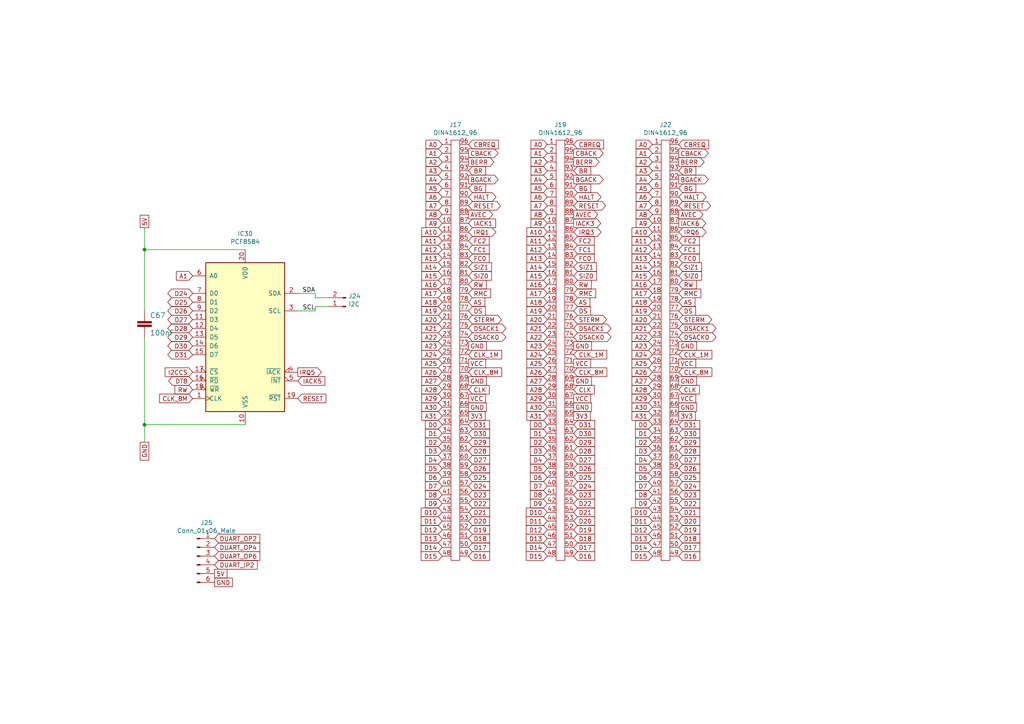
<source format=kicad_sch>
(kicad_sch (version 20211123) (generator eeschema)
  (paper "A4")
  (title_block (title "rosco_m68k Pro (030) Prototype") (date "2023-11-11") (rev "p5") (company "The Really Old-School Company Limited") (comment 1 "Copyright ©2021-2023 The Really Old-School Company Limited") (comment 2 "Open Source Hardware (CERN OHL)") (comment 3 "Prototype Hardware! Not suitable for general use!"))
  (lib_symbols
    (symbol "Connector:Conn_01x02_Male" (pin_names (offset 1.016) hide)
      (property "Reference" "J" (at 0 2.54 0))
      (property "Value" "Conn_01x02_Male" (at 0 -5.08 0))
      (symbol "Conn_01x02_Male_1_1"
        (polyline (pts (xy 1.27 -2.54) (xy 0.8636 -2.54)) (stroke (width 0.1524)))
        (polyline (pts (xy 1.27 0) (xy 0.8636 0)) (stroke (width 0.1524)))
        (rectangle (start 0.8636 -2.413) (end 0 -2.667) (stroke (width 0.1524)) (fill (type outline)))
        (rectangle (start 0.8636 0.127) (end 0 -0.127) (stroke (width 0.1524)) (fill (type outline)))
        (pin passive line (at 5.08 0 180) (length 3.81) (name "Pin_1") (number "1"))
        (pin passive line (at 5.08 -2.54 180) (length 3.81) (name "Pin_2") (number "2"))
      )
    )
    (symbol "Connector:Conn_01x06_Male" (pin_names (offset 1.016) hide)
      (property "Reference" "J" (at 0 7.62 0))
      (property "Value" "Conn_01x06_Male" (at 0 -10.16 0))
      (symbol "Conn_01x06_Male_1_1"
        (polyline (pts (xy 1.27 -7.62) (xy 0.8636 -7.62)) (stroke (width 0.1524)))
        (polyline (pts (xy 1.27 -5.08) (xy 0.8636 -5.08)) (stroke (width 0.1524)))
        (polyline (pts (xy 1.27 -2.54) (xy 0.8636 -2.54)) (stroke (width 0.1524)))
        (polyline (pts (xy 1.27 0) (xy 0.8636 0)) (stroke (width 0.1524)))
        (polyline (pts (xy 1.27 2.54) (xy 0.8636 2.54)) (stroke (width 0.1524)))
        (polyline (pts (xy 1.27 5.08) (xy 0.8636 5.08)) (stroke (width 0.1524)))
        (rectangle (start 0.8636 -7.493) (end 0 -7.747) (stroke (width 0.1524)) (fill (type outline)))
        (rectangle (start 0.8636 -4.953) (end 0 -5.207) (stroke (width 0.1524)) (fill (type outline)))
        (rectangle (start 0.8636 -2.413) (end 0 -2.667) (stroke (width 0.1524)) (fill (type outline)))
        (rectangle (start 0.8636 0.127) (end 0 -0.127) (stroke (width 0.1524)) (fill (type outline)))
        (rectangle (start 0.8636 2.667) (end 0 2.413) (stroke (width 0.1524)) (fill (type outline)))
        (rectangle (start 0.8636 5.207) (end 0 4.953) (stroke (width 0.1524)) (fill (type outline)))
        (pin passive line (at 5.08 5.08 180) (length 3.81) (name "Pin_1") (number "1"))
        (pin passive line (at 5.08 2.54 180) (length 3.81) (name "Pin_2") (number "2"))
        (pin passive line (at 5.08 0 180) (length 3.81) (name "Pin_3") (number "3"))
        (pin passive line (at 5.08 -2.54 180) (length 3.81) (name "Pin_4") (number "4"))
        (pin passive line (at 5.08 -5.08 180) (length 3.81) (name "Pin_5") (number "5"))
        (pin passive line (at 5.08 -7.62 180) (length 3.81) (name "Pin_6") (number "6"))
      )
    )
    (symbol "Interface_Expansion:PCF8584" (pin_names (offset 1.016))
      (property "Reference" "U" (at -11.43 22.86 0))
      (property "Value" "PCF8584" (at 3.81 22.86 0))
      (symbol "PCF8584_0_1"
        (rectangle (start -11.43 -21.59) (end 11.43 21.59) (stroke (width 0.254)) (fill (type background)))
      )
      (symbol "PCF8584_1_1"
        (pin input clock (at -15.24 -17.78 0) (length 3.81) (name "CLK") (number "1"))
        (pin power_in line (at 0 -25.4 90) (length 3.81) (name "VSS") (number "10"))
        (pin tri_state line (at -15.24 5.08 0) (length 3.81) (name "D3") (number "11"))
        (pin tri_state line (at -15.24 2.54 0) (length 3.81) (name "D4") (number "12"))
        (pin tri_state line (at -15.24 0 0) (length 3.81) (name "D5") (number "13"))
        (pin tri_state line (at -15.24 -2.54 0) (length 3.81) (name "D6") (number "14"))
        (pin tri_state line (at -15.24 -5.08 0) (length 3.81) (name "D7") (number "15"))
        (pin passive input_low (at -15.24 -12.7 0) (length 3.81) (name "~{RD}") (number "16"))
        (pin input input_low (at -15.24 -10.16 0) (length 3.81) (name "~{CS}") (number "17"))
        (pin input input_low (at -15.24 -15.24 0) (length 3.81) (name "~{WR}") (number "18"))
        (pin bidirectional line (at 15.24 -17.78 180) (length 3.81) (name "~{RST}") (number "19"))
        (pin bidirectional line (at 15.24 12.7 180) (length 3.81) (name "SDA") (number "2"))
        (pin power_in line (at 0 25.4 270) (length 3.81) (name "VDD") (number "20"))
        (pin bidirectional line (at 15.24 7.62 180) (length 3.81) (name "SCL") (number "3"))
        (pin input input_low (at 15.24 -10.16 180) (length 3.81) (name "~{IACK}") (number "4"))
        (pin output output_low (at 15.24 -12.7 180) (length 3.81) (name "~{INT}") (number "5"))
        (pin input line (at -15.24 17.78 0) (length 3.81) (name "A0") (number "6"))
        (pin tri_state line (at -15.24 12.7 0) (length 3.81) (name "D0") (number "7"))
        (pin tri_state line (at -15.24 10.16 0) (length 3.81) (name "D1") (number "8"))
        (pin tri_state line (at -15.24 7.62 0) (length 3.81) (name "D2") (number "9"))
      )
    )
    (symbol "rosco_m68k-eagle-import:C2,5-3" (pin_names (offset 1.016))
      (property "Reference" "C" (at 1.524 0.381 0))
      (property "Value" "C2,5-3" (at 1.524 -4.699 0))
      (symbol "C2,5-3_1_0"
        (rectangle (start -2.032 -2.032) (end 2.032 -1.524) (fill (type outline)))
        (rectangle (start -2.032 -1.016) (end 2.032 -0.508) (fill (type outline)))
        (polyline (pts (xy 0 -2.54) (xy 0 -2.032)))
        (polyline (pts (xy 0 0) (xy 0 -0.508)))
        (pin passive line (at 0 2.54 270) (length 2.54) (name "1") (number "1"))
        (pin passive line (at 0 -5.08 90) (length 2.54) (name "2") (number "2"))
      )
    )
    (symbol "rosco_m68k:DIN41612_96" (pin_names (offset 1.016))
      (property "Reference" "J" (at 0 62.23 0))
      (property "Value" "DIN41612_96" (at 0 -64.77 0))
      (symbol "DIN41612_96_0_1"
        (rectangle (start -1.27 59.69) (end 1.27 -62.23))
      )
      (symbol "DIN41612_96_1_1"
        (pin bidirectional line (at -3.81 58.42 0) (length 2.54) (name "~") (number "1"))
        (pin bidirectional line (at -3.81 35.56 0) (length 2.54) (name "~") (number "10"))
        (pin bidirectional line (at -3.81 33.02 0) (length 2.54) (name "~") (number "11"))
        (pin bidirectional line (at -3.81 30.48 0) (length 2.54) (name "~") (number "12"))
        (pin bidirectional line (at -3.81 27.94 0) (length 2.54) (name "~") (number "13"))
        (pin bidirectional line (at -3.81 25.4 0) (length 2.54) (name "~") (number "14"))
        (pin bidirectional line (at -3.81 22.86 0) (length 2.54) (name "~") (number "15"))
        (pin bidirectional line (at -3.81 20.32 0) (length 2.54) (name "~") (number "16"))
        (pin bidirectional line (at -3.81 17.78 0) (length 2.54) (name "~") (number "17"))
        (pin bidirectional line (at -3.81 15.24 0) (length 2.54) (name "~") (number "18"))
        (pin bidirectional line (at -3.81 12.7 0) (length 2.54) (name "~") (number "19"))
        (pin bidirectional line (at -3.81 55.88 0) (length 2.54) (name "~") (number "2"))
        (pin bidirectional line (at -3.81 10.16 0) (length 2.54) (name "~") (number "20"))
        (pin bidirectional line (at -3.81 7.62 0) (length 2.54) (name "~") (number "21"))
        (pin bidirectional line (at -3.81 5.08 0) (length 2.54) (name "~") (number "22"))
        (pin bidirectional line (at -3.81 2.54 0) (length 2.54) (name "~") (number "23"))
        (pin bidirectional line (at -3.81 0 0) (length 2.54) (name "~") (number "24"))
        (pin bidirectional line (at -3.81 -2.54 0) (length 2.54) (name "~") (number "25"))
        (pin bidirectional line (at -3.81 -5.08 0) (length 2.54) (name "~") (number "26"))
        (pin bidirectional line (at -3.81 -7.62 0) (length 2.54) (name "~") (number "27"))
        (pin bidirectional line (at -3.81 -10.16 0) (length 2.54) (name "~") (number "28"))
        (pin bidirectional line (at -3.81 -12.7 0) (length 2.54) (name "~") (number "29"))
        (pin bidirectional line (at -3.81 53.34 0) (length 2.54) (name "~") (number "3"))
        (pin bidirectional line (at -3.81 -15.24 0) (length 2.54) (name "~") (number "30"))
        (pin bidirectional line (at -3.81 -17.78 0) (length 2.54) (name "~") (number "31"))
        (pin bidirectional line (at -3.81 -20.32 0) (length 2.54) (name "~") (number "32"))
        (pin bidirectional line (at -3.81 -22.86 0) (length 2.54) (name "~") (number "33"))
        (pin bidirectional line (at -3.81 -25.4 0) (length 2.54) (name "~") (number "34"))
        (pin bidirectional line (at -3.81 -27.94 0) (length 2.54) (name "~") (number "35"))
        (pin bidirectional line (at -3.81 -30.48 0) (length 2.54) (name "~") (number "36"))
        (pin bidirectional line (at -3.81 -33.02 0) (length 2.54) (name "~") (number "37"))
        (pin bidirectional line (at -3.81 -35.56 0) (length 2.54) (name "~") (number "38"))
        (pin bidirectional line (at -3.81 -38.1 0) (length 2.54) (name "~") (number "39"))
        (pin bidirectional line (at -3.81 50.8 0) (length 2.54) (name "~") (number "4"))
        (pin bidirectional line (at -3.81 -40.64 0) (length 2.54) (name "~") (number "40"))
        (pin bidirectional line (at -3.81 -43.18 0) (length 2.54) (name "~") (number "41"))
        (pin bidirectional line (at -3.81 -45.72 0) (length 2.54) (name "~") (number "42"))
        (pin bidirectional line (at -3.81 -48.26 0) (length 2.54) (name "~") (number "43"))
        (pin bidirectional line (at -3.81 -50.8 0) (length 2.54) (name "~") (number "44"))
        (pin bidirectional line (at -3.81 -53.34 0) (length 2.54) (name "~") (number "45"))
        (pin bidirectional line (at -3.81 -55.88 0) (length 2.54) (name "~") (number "46"))
        (pin bidirectional line (at -3.81 -58.42 0) (length 2.54) (name "~") (number "47"))
        (pin bidirectional line (at -3.81 -60.96 0) (length 2.54) (name "~") (number "48"))
        (pin bidirectional line (at 3.81 -60.96 180) (length 2.54) (name "~") (number "49"))
        (pin bidirectional line (at -3.81 48.26 0) (length 2.54) (name "~") (number "5"))
        (pin bidirectional line (at 3.81 -58.42 180) (length 2.54) (name "~") (number "50"))
        (pin bidirectional line (at 3.81 -55.88 180) (length 2.54) (name "~") (number "51"))
        (pin bidirectional line (at 3.81 -53.34 180) (length 2.54) (name "~") (number "52"))
        (pin bidirectional line (at 3.81 -50.8 180) (length 2.54) (name "~") (number "53"))
        (pin bidirectional line (at 3.81 -48.26 180) (length 2.54) (name "~") (number "54"))
        (pin bidirectional line (at 3.81 -45.72 180) (length 2.54) (name "~") (number "55"))
        (pin bidirectional line (at 3.81 -43.18 180) (length 2.54) (name "~") (number "56"))
        (pin bidirectional line (at 3.81 -40.64 180) (length 2.54) (name "~") (number "57"))
        (pin bidirectional line (at 3.81 -38.1 180) (length 2.54) (name "~") (number "58"))
        (pin bidirectional line (at 3.81 -35.56 180) (length 2.54) (name "~") (number "59"))
        (pin bidirectional line (at -3.81 45.72 0) (length 2.54) (name "~") (number "6"))
        (pin bidirectional line (at 3.81 -33.02 180) (length 2.54) (name "~") (number "60"))
        (pin bidirectional line (at 3.81 -30.48 180) (length 2.54) (name "~") (number "61"))
        (pin bidirectional line (at 3.81 -27.94 180) (length 2.54) (name "~") (number "62"))
        (pin bidirectional line (at 3.81 -25.4 180) (length 2.54) (name "~") (number "63"))
        (pin bidirectional line (at 3.81 -22.86 180) (length 2.54) (name "~") (number "64"))
        (pin bidirectional line (at 3.81 -20.32 180) (length 2.54) (name "~") (number "65"))
        (pin bidirectional line (at 3.81 -17.78 180) (length 2.54) (name "~") (number "66"))
        (pin bidirectional line (at 3.81 -15.24 180) (length 2.54) (name "~") (number "67"))
        (pin bidirectional line (at 3.81 -12.7 180) (length 2.54) (name "~") (number "68"))
        (pin bidirectional line (at 3.81 -10.16 180) (length 2.54) (name "~") (number "69"))
        (pin bidirectional line (at -3.81 43.18 0) (length 2.54) (name "~") (number "7"))
        (pin bidirectional line (at 3.81 -7.62 180) (length 2.54) (name "~") (number "70"))
        (pin bidirectional line (at 3.81 -5.08 180) (length 2.54) (name "~") (number "71"))
        (pin bidirectional line (at 3.81 -2.54 180) (length 2.54) (name "~") (number "72"))
        (pin bidirectional line (at 3.81 0 180) (length 2.54) (name "~") (number "73"))
        (pin bidirectional line (at 3.81 2.54 180) (length 2.54) (name "~") (number "74"))
        (pin bidirectional line (at 3.81 5.08 180) (length 2.54) (name "~") (number "75"))
        (pin bidirectional line (at 3.81 7.62 180) (length 2.54) (name "~") (number "76"))
        (pin bidirectional line (at 3.81 10.16 180) (length 2.54) (name "~") (number "77"))
        (pin bidirectional line (at 3.81 12.7 180) (length 2.54) (name "~") (number "78"))
        (pin bidirectional line (at 3.81 15.24 180) (length 2.54) (name "~") (number "79"))
        (pin bidirectional line (at -3.81 40.64 0) (length 2.54) (name "~") (number "8"))
        (pin bidirectional line (at 3.81 17.78 180) (length 2.54) (name "~") (number "80"))
        (pin bidirectional line (at 3.81 20.32 180) (length 2.54) (name "~") (number "81"))
        (pin bidirectional line (at 3.81 22.86 180) (length 2.54) (name "~") (number "82"))
        (pin bidirectional line (at 3.81 25.4 180) (length 2.54) (name "~") (number "83"))
        (pin bidirectional line (at 3.81 27.94 180) (length 2.54) (name "~") (number "84"))
        (pin bidirectional line (at 3.81 30.48 180) (length 2.54) (name "~") (number "85"))
        (pin bidirectional line (at 3.81 33.02 180) (length 2.54) (name "~") (number "86"))
        (pin bidirectional line (at 3.81 35.56 180) (length 2.54) (name "~") (number "87"))
        (pin bidirectional line (at 3.81 38.1 180) (length 2.54) (name "~") (number "88"))
        (pin bidirectional line (at 3.81 40.64 180) (length 2.54) (name "~") (number "89"))
        (pin bidirectional line (at -3.81 38.1 0) (length 2.54) (name "~") (number "9"))
        (pin bidirectional line (at 3.81 43.18 180) (length 2.54) (name "~") (number "90"))
        (pin bidirectional line (at 3.81 45.72 180) (length 2.54) (name "~") (number "91"))
        (pin bidirectional line (at 3.81 48.26 180) (length 2.54) (name "~") (number "92"))
        (pin bidirectional line (at 3.81 50.8 180) (length 2.54) (name "~") (number "93"))
        (pin bidirectional line (at 3.81 53.34 180) (length 2.54) (name "~") (number "94"))
        (pin bidirectional line (at 3.81 55.88 180) (length 2.54) (name "~") (number "95"))
        (pin bidirectional line (at 3.81 58.42 180) (length 2.54) (name "~") (number "96"))
      )
    )
  )
  (junction (at 41.91 72.39))
  (junction (at 41.91 123.19))
  (wire (pts (xy 41.91 72.39) (xy 41.91 90.17)))
  (wire (pts (xy 41.91 72.39) (xy 71.12 72.39)))
  (wire (pts (xy 91.44 85.09) (xy 91.44 86.36)))
  (wire (pts (xy 86.36 85.09) (xy 91.44 85.09)))
  (wire (pts (xy 91.44 86.36) (xy 95.25 86.36)))
  (wire (pts (xy 41.91 66.04) (xy 41.91 72.39)))
  (wire (pts (xy 91.44 88.9) (xy 95.25 88.9)))
  (wire (pts (xy 41.91 97.79) (xy 41.91 123.19)))
  (wire (pts (xy 91.44 90.17) (xy 91.44 88.9)))
  (wire (pts (xy 41.91 123.19) (xy 41.91 128.27)))
  (wire (pts (xy 86.36 90.17) (xy 91.44 90.17)))
  (wire (pts (xy 41.91 123.19) (xy 71.12 123.19)))
  (label "SCL" (at 91.44 90.17 180))
  (label "SDA" (at 91.44 85.09 180))
  (global_label "VCC" (shape passive) (at 196.85 115.57 0) (property "Intersheet References" "${INTERSHEET_REFS}" (effects hide)))
  (global_label "A14" (shape input) (at 189.23 77.47 180) (property "Intersheet References" "${INTERSHEET_REFS}" (effects hide)))
  (global_label "STERM" (shape bidirectional) (at 135.89 92.71 0) (property "Intersheet References" "${INTERSHEET_REFS}" (effects hide)))
  (global_label "FC0" (shape input) (at 166.37 74.93 0) (property "Intersheet References" "${INTERSHEET_REFS}" (effects hide)))
  (global_label "CLK" (shape input) (at 135.89 113.03 0) (property "Intersheet References" "${INTERSHEET_REFS}" (effects hide)))
  (global_label "RESET" (shape bidirectional) (at 196.85 59.69 0) (property "Intersheet References" "${INTERSHEET_REFS}" (effects hide)))
  (global_label "RMC" (shape input) (at 196.85 85.09 0) (property "Intersheet References" "${INTERSHEET_REFS}" (effects hide)))
  (global_label "AVEC" (shape output) (at 196.85 62.23 0) (property "Intersheet References" "${INTERSHEET_REFS}" (effects hide)))
  (global_label "A27" (shape input) (at 189.23 110.49 180) (property "Intersheet References" "${INTERSHEET_REFS}" (effects hide)))
  (global_label "STERM" (shape bidirectional) (at 166.37 92.71 0) (property "Intersheet References" "${INTERSHEET_REFS}" (effects hide)))
  (global_label "A16" (shape input) (at 128.27 82.55 180) (property "Intersheet References" "${INTERSHEET_REFS}" (effects hide)))
  (global_label "A30" (shape input) (at 128.27 118.11 180) (property "Intersheet References" "${INTERSHEET_REFS}" (effects hide)))
  (global_label "DS" (shape input) (at 135.89 90.17 0) (property "Intersheet References" "${INTERSHEET_REFS}" (effects hide)))
  (global_label "D8" (shape input) (at 128.27 143.51 180) (property "Intersheet References" "${INTERSHEET_REFS}" (effects hide)))
  (global_label "D1" (shape input) (at 128.27 125.73 180) (property "Intersheet References" "${INTERSHEET_REFS}" (effects hide)))
  (global_label "D28" (shape input) (at 166.37 130.81 0) (property "Intersheet References" "${INTERSHEET_REFS}" (effects hide)))
  (global_label "DS" (shape input) (at 166.37 90.17 0) (property "Intersheet References" "${INTERSHEET_REFS}" (effects hide)))
  (global_label "A10" (shape input) (at 189.23 67.31 180) (property "Intersheet References" "${INTERSHEET_REFS}" (effects hide)))
  (global_label "D0" (shape input) (at 158.75 123.19 180) (property "Intersheet References" "${INTERSHEET_REFS}" (effects hide)))
  (global_label "D30" (shape tri_state) (at 55.88 100.33 180) (property "Intersheet References" "${INTERSHEET_REFS}" (effects hide)))
  (global_label "DSACK1" (shape bidirectional) (at 135.89 95.25 0) (property "Intersheet References" "${INTERSHEET_REFS}" (effects hide)))
  (global_label "D13" (shape input) (at 189.23 156.21 180) (property "Intersheet References" "${INTERSHEET_REFS}" (effects hide)))
  (global_label "5V" (shape passive) (at 41.91 66.04 90) (property "Intersheet References" "${INTERSHEET_REFS}" (effects hide)))
  (global_label "A7" (shape input) (at 189.23 59.69 180) (property "Intersheet References" "${INTERSHEET_REFS}" (effects hide)))
  (global_label "A1" (shape input) (at 128.27 44.45 180) (property "Intersheet References" "${INTERSHEET_REFS}" (effects hide)))
  (global_label "BGACK" (shape output) (at 166.37 52.07 0) (property "Intersheet References" "${INTERSHEET_REFS}" (effects hide)))
  (global_label "D15" (shape input) (at 128.27 161.29 180) (property "Intersheet References" "${INTERSHEET_REFS}" (effects hide)))
  (global_label "D6" (shape input) (at 128.27 138.43 180) (property "Intersheet References" "${INTERSHEET_REFS}" (effects hide)))
  (global_label "A18" (shape input) (at 128.27 87.63 180) (property "Intersheet References" "${INTERSHEET_REFS}" (effects hide)))
  (global_label "A2" (shape input) (at 158.75 46.99 180) (property "Intersheet References" "${INTERSHEET_REFS}" (effects hide)))
  (global_label "CBREQ" (shape input) (at 166.37 41.91 0) (property "Intersheet References" "${INTERSHEET_REFS}" (effects hide)))
  (global_label "CLK_8M" (shape input) (at 135.89 107.95 0) (property "Intersheet References" "${INTERSHEET_REFS}" (effects hide)))
  (global_label "A13" (shape input) (at 128.27 74.93 180) (property "Intersheet References" "${INTERSHEET_REFS}" (effects hide)))
  (global_label "D16" (shape input) (at 196.85 161.29 0) (property "Intersheet References" "${INTERSHEET_REFS}" (effects hide)))
  (global_label "D25" (shape input) (at 196.85 138.43 0) (property "Intersheet References" "${INTERSHEET_REFS}" (effects hide)))
  (global_label "D15" (shape input) (at 158.75 161.29 180) (property "Intersheet References" "${INTERSHEET_REFS}" (effects hide)))
  (global_label "A9" (shape input) (at 189.23 64.77 180) (property "Intersheet References" "${INTERSHEET_REFS}" (effects hide)))
  (global_label "D17" (shape input) (at 166.37 158.75 0) (property "Intersheet References" "${INTERSHEET_REFS}" (effects hide)))
  (global_label "A24" (shape input) (at 158.75 102.87 180) (property "Intersheet References" "${INTERSHEET_REFS}" (effects hide)))
  (global_label "D3" (shape input) (at 189.23 130.81 180) (property "Intersheet References" "${INTERSHEET_REFS}" (effects hide)))
  (global_label "3V3" (shape passive) (at 166.37 120.65 0) (property "Intersheet References" "${INTERSHEET_REFS}" (effects hide)))
  (global_label "D21" (shape input) (at 166.37 148.59 0) (property "Intersheet References" "${INTERSHEET_REFS}" (effects hide)))
  (global_label "I2CCS" (shape input) (at 55.88 107.95 180) (property "Intersheet References" "${INTERSHEET_REFS}" (effects hide)))
  (global_label "HALT" (shape bidirectional) (at 166.37 57.15 0) (property "Intersheet References" "${INTERSHEET_REFS}" (effects hide)))
  (global_label "CLK" (shape input) (at 166.37 113.03 0) (property "Intersheet References" "${INTERSHEET_REFS}" (effects hide)))
  (global_label "A3" (shape input) (at 128.27 49.53 180) (property "Intersheet References" "${INTERSHEET_REFS}" (effects hide)))
  (global_label "CLK_8M" (shape input) (at 196.85 107.95 0) (property "Intersheet References" "${INTERSHEET_REFS}" (effects hide)))
  (global_label "A2" (shape input) (at 189.23 46.99 180) (property "Intersheet References" "${INTERSHEET_REFS}" (effects hide)))
  (global_label "D21" (shape input) (at 196.85 148.59 0) (property "Intersheet References" "${INTERSHEET_REFS}" (effects hide)))
  (global_label "A23" (shape input) (at 189.23 100.33 180) (property "Intersheet References" "${INTERSHEET_REFS}" (effects hide)))
  (global_label "D26" (shape input) (at 166.37 135.89 0) (property "Intersheet References" "${INTERSHEET_REFS}" (effects hide)))
  (global_label "D2" (shape input) (at 189.23 128.27 180) (property "Intersheet References" "${INTERSHEET_REFS}" (effects hide)))
  (global_label "D31" (shape tri_state) (at 55.88 102.87 180) (property "Intersheet References" "${INTERSHEET_REFS}" (effects hide)))
  (global_label "D26" (shape input) (at 196.85 135.89 0) (property "Intersheet References" "${INTERSHEET_REFS}" (effects hide)))
  (global_label "A8" (shape input) (at 189.23 62.23 180) (property "Intersheet References" "${INTERSHEET_REFS}" (effects hide)))
  (global_label "A21" (shape input) (at 158.75 95.25 180) (property "Intersheet References" "${INTERSHEET_REFS}" (effects hide)))
  (global_label "A7" (shape input) (at 128.27 59.69 180) (property "Intersheet References" "${INTERSHEET_REFS}" (effects hide)))
  (global_label "A11" (shape input) (at 189.23 69.85 180) (property "Intersheet References" "${INTERSHEET_REFS}" (effects hide)))
  (global_label "D20" (shape input) (at 135.89 151.13 0) (property "Intersheet References" "${INTERSHEET_REFS}" (effects hide)))
  (global_label "A1" (shape input) (at 189.23 44.45 180) (property "Intersheet References" "${INTERSHEET_REFS}" (effects hide)))
  (global_label "DUART_OP2" (shape input) (at 62.23 156.21 0) (property "Intersheet References" "${INTERSHEET_REFS}" (effects hide)))
  (global_label "D27" (shape tri_state) (at 55.88 92.71 180) (property "Intersheet References" "${INTERSHEET_REFS}" (effects hide)))
  (global_label "A5" (shape input) (at 128.27 54.61 180) (property "Intersheet References" "${INTERSHEET_REFS}" (effects hide)))
  (global_label "SIZ0" (shape input) (at 196.85 80.01 0) (property "Intersheet References" "${INTERSHEET_REFS}" (effects hide)))
  (global_label "IRQ1" (shape tri_state) (at 135.89 67.31 0) (property "Intersheet References" "${INTERSHEET_REFS}" (effects hide)))
  (global_label "CLK" (shape input) (at 196.85 113.03 0) (property "Intersheet References" "${INTERSHEET_REFS}" (effects hide)))
  (global_label "VCC" (shape passive) (at 166.37 105.41 0) (property "Intersheet References" "${INTERSHEET_REFS}" (effects hide)))
  (global_label "A15" (shape input) (at 128.27 80.01 180) (property "Intersheet References" "${INTERSHEET_REFS}" (effects hide)))
  (global_label "A15" (shape input) (at 158.75 80.01 180) (property "Intersheet References" "${INTERSHEET_REFS}" (effects hide)))
  (global_label "BR" (shape input) (at 196.85 49.53 0) (property "Intersheet References" "${INTERSHEET_REFS}" (effects hide)))
  (global_label "D3" (shape input) (at 128.27 130.81 180) (property "Intersheet References" "${INTERSHEET_REFS}" (effects hide)))
  (global_label "A18" (shape input) (at 189.23 87.63 180) (property "Intersheet References" "${INTERSHEET_REFS}" (effects hide)))
  (global_label "A0" (shape input) (at 189.23 41.91 180) (property "Intersheet References" "${INTERSHEET_REFS}" (effects hide)))
  (global_label "A15" (shape input) (at 189.23 80.01 180) (property "Intersheet References" "${INTERSHEET_REFS}" (effects hide)))
  (global_label "D1" (shape input) (at 189.23 125.73 180) (property "Intersheet References" "${INTERSHEET_REFS}" (effects hide)))
  (global_label "A3" (shape input) (at 189.23 49.53 180) (property "Intersheet References" "${INTERSHEET_REFS}" (effects hide)))
  (global_label "D29" (shape input) (at 166.37 128.27 0) (property "Intersheet References" "${INTERSHEET_REFS}" (effects hide)))
  (global_label "A11" (shape input) (at 128.27 69.85 180) (property "Intersheet References" "${INTERSHEET_REFS}" (effects hide)))
  (global_label "A24" (shape input) (at 128.27 102.87 180) (property "Intersheet References" "${INTERSHEET_REFS}" (effects hide)))
  (global_label "A26" (shape input) (at 158.75 107.95 180) (property "Intersheet References" "${INTERSHEET_REFS}" (effects hide)))
  (global_label "A25" (shape input) (at 128.27 105.41 180) (property "Intersheet References" "${INTERSHEET_REFS}" (effects hide)))
  (global_label "DUART_IP2" (shape input) (at 62.23 163.83 0) (property "Intersheet References" "${INTERSHEET_REFS}" (effects hide)))
  (global_label "IRQ6" (shape tri_state) (at 196.85 67.31 0) (property "Intersheet References" "${INTERSHEET_REFS}" (effects hide)))
  (global_label "DUART_OP6" (shape input) (at 62.23 161.29 0) (property "Intersheet References" "${INTERSHEET_REFS}" (effects hide)))
  (global_label "GND" (shape passive) (at 196.85 118.11 0) (property "Intersheet References" "${INTERSHEET_REFS}" (effects hide)))
  (global_label "D21" (shape input) (at 135.89 148.59 0) (property "Intersheet References" "${INTERSHEET_REFS}" (effects hide)))
  (global_label "GND" (shape passive) (at 166.37 118.11 0) (property "Intersheet References" "${INTERSHEET_REFS}" (effects hide)))
  (global_label "3V3" (shape passive) (at 135.89 120.65 0) (property "Intersheet References" "${INTERSHEET_REFS}" (effects hide)))
  (global_label "DSACK1" (shape bidirectional) (at 196.85 95.25 0) (property "Intersheet References" "${INTERSHEET_REFS}" (effects hide)))
  (global_label "BERR" (shape output) (at 196.85 46.99 0) (property "Intersheet References" "${INTERSHEET_REFS}" (effects hide)))
  (global_label "D25" (shape tri_state) (at 55.88 87.63 180) (property "Intersheet References" "${INTERSHEET_REFS}" (effects hide)))
  (global_label "D20" (shape input) (at 166.37 151.13 0) (property "Intersheet References" "${INTERSHEET_REFS}" (effects hide)))
  (global_label "D29" (shape input) (at 196.85 128.27 0) (property "Intersheet References" "${INTERSHEET_REFS}" (effects hide)))
  (global_label "A3" (shape input) (at 158.75 49.53 180) (property "Intersheet References" "${INTERSHEET_REFS}" (effects hide)))
  (global_label "D28" (shape tri_state) (at 55.88 95.25 180) (property "Intersheet References" "${INTERSHEET_REFS}" (effects hide)))
  (global_label "A24" (shape input) (at 189.23 102.87 180) (property "Intersheet References" "${INTERSHEET_REFS}" (effects hide)))
  (global_label "A17" (shape input) (at 128.27 85.09 180) (property "Intersheet References" "${INTERSHEET_REFS}" (effects hide)))
  (global_label "A21" (shape input) (at 128.27 95.25 180) (property "Intersheet References" "${INTERSHEET_REFS}" (effects hide)))
  (global_label "RESET" (shape bidirectional) (at 166.37 59.69 0) (property "Intersheet References" "${INTERSHEET_REFS}" (effects hide)))
  (global_label "FC0" (shape input) (at 135.89 74.93 0) (property "Intersheet References" "${INTERSHEET_REFS}" (effects hide)))
  (global_label "A8" (shape input) (at 128.27 62.23 180) (property "Intersheet References" "${INTERSHEET_REFS}" (effects hide)))
  (global_label "D30" (shape input) (at 135.89 125.73 0) (property "Intersheet References" "${INTERSHEET_REFS}" (effects hide)))
  (global_label "IACK3" (shape output) (at 166.37 64.77 0) (property "Intersheet References" "${INTERSHEET_REFS}" (effects hide)))
  (global_label "FC1" (shape input) (at 196.85 72.39 0) (property "Intersheet References" "${INTERSHEET_REFS}" (effects hide)))
  (global_label "D12" (shape input) (at 158.75 153.67 180) (property "Intersheet References" "${INTERSHEET_REFS}" (effects hide)))
  (global_label "CBACK" (shape output) (at 166.37 44.45 0) (property "Intersheet References" "${INTERSHEET_REFS}" (effects hide)))
  (global_label "GND" (shape passive) (at 62.23 168.91 0) (property "Intersheet References" "${INTERSHEET_REFS}" (effects hide)))
  (global_label "DS" (shape input) (at 196.85 90.17 0) (property "Intersheet References" "${INTERSHEET_REFS}" (effects hide)))
  (global_label "D7" (shape input) (at 158.75 140.97 180) (property "Intersheet References" "${INTERSHEET_REFS}" (effects hide)))
  (global_label "RW" (shape input) (at 196.85 82.55 0) (property "Intersheet References" "${INTERSHEET_REFS}" (effects hide)))
  (global_label "D23" (shape input) (at 166.37 143.51 0) (property "Intersheet References" "${INTERSHEET_REFS}" (effects hide)))
  (global_label "D24" (shape tri_state) (at 55.88 85.09 180) (property "Intersheet References" "${INTERSHEET_REFS}" (effects hide)))
  (global_label "A13" (shape input) (at 189.23 74.93 180) (property "Intersheet References" "${INTERSHEET_REFS}" (effects hide)))
  (global_label "GND" (shape passive) (at 135.89 110.49 0) (property "Intersheet References" "${INTERSHEET_REFS}" (effects hide)))
  (global_label "BG" (shape input) (at 135.89 54.61 0) (property "Intersheet References" "${INTERSHEET_REFS}" (effects hide)))
  (global_label "D29" (shape tri_state) (at 55.88 97.79 180) (property "Intersheet References" "${INTERSHEET_REFS}" (effects hide)))
  (global_label "SIZ0" (shape input) (at 166.37 80.01 0) (property "Intersheet References" "${INTERSHEET_REFS}" (effects hide)))
  (global_label "SIZ1" (shape input) (at 196.85 77.47 0) (property "Intersheet References" "${INTERSHEET_REFS}" (effects hide)))
  (global_label "FC1" (shape input) (at 166.37 72.39 0) (property "Intersheet References" "${INTERSHEET_REFS}" (effects hide)))
  (global_label "A1" (shape input) (at 158.75 44.45 180) (property "Intersheet References" "${INTERSHEET_REFS}" (effects hide)))
  (global_label "D30" (shape input) (at 166.37 125.73 0) (property "Intersheet References" "${INTERSHEET_REFS}" (effects hide)))
  (global_label "D16" (shape input) (at 135.89 161.29 0) (property "Intersheet References" "${INTERSHEET_REFS}" (effects hide)))
  (global_label "A25" (shape input) (at 189.23 105.41 180) (property "Intersheet References" "${INTERSHEET_REFS}" (effects hide)))
  (global_label "D9" (shape input) (at 189.23 146.05 180) (property "Intersheet References" "${INTERSHEET_REFS}" (effects hide)))
  (global_label "BGACK" (shape output) (at 196.85 52.07 0) (property "Intersheet References" "${INTERSHEET_REFS}" (effects hide)))
  (global_label "D28" (shape input) (at 135.89 130.81 0) (property "Intersheet References" "${INTERSHEET_REFS}" (effects hide)))
  (global_label "D2" (shape input) (at 128.27 128.27 180) (property "Intersheet References" "${INTERSHEET_REFS}" (effects hide)))
  (global_label "IACK6" (shape output) (at 196.85 64.77 0) (property "Intersheet References" "${INTERSHEET_REFS}" (effects hide)))
  (global_label "D23" (shape input) (at 196.85 143.51 0) (property "Intersheet References" "${INTERSHEET_REFS}" (effects hide)))
  (global_label "D27" (shape input) (at 135.89 133.35 0) (property "Intersheet References" "${INTERSHEET_REFS}" (effects hide)))
  (global_label "A21" (shape input) (at 189.23 95.25 180) (property "Intersheet References" "${INTERSHEET_REFS}" (effects hide)))
  (global_label "A5" (shape input) (at 158.75 54.61 180) (property "Intersheet References" "${INTERSHEET_REFS}" (effects hide)))
  (global_label "A8" (shape input) (at 158.75 62.23 180) (property "Intersheet References" "${INTERSHEET_REFS}" (effects hide)))
  (global_label "D20" (shape input) (at 196.85 151.13 0) (property "Intersheet References" "${INTERSHEET_REFS}" (effects hide)))
  (global_label "A18" (shape input) (at 158.75 87.63 180) (property "Intersheet References" "${INTERSHEET_REFS}" (effects hide)))
  (global_label "D3" (shape input) (at 158.75 130.81 180) (property "Intersheet References" "${INTERSHEET_REFS}" (effects hide)))
  (global_label "D31" (shape input) (at 166.37 123.19 0) (property "Intersheet References" "${INTERSHEET_REFS}" (effects hide)))
  (global_label "HALT" (shape bidirectional) (at 196.85 57.15 0) (property "Intersheet References" "${INTERSHEET_REFS}" (effects hide)))
  (global_label "D10" (shape input) (at 189.23 148.59 180) (property "Intersheet References" "${INTERSHEET_REFS}" (effects hide)))
  (global_label "A26" (shape input) (at 128.27 107.95 180) (property "Intersheet References" "${INTERSHEET_REFS}" (effects hide)))
  (global_label "A20" (shape input) (at 128.27 92.71 180) (property "Intersheet References" "${INTERSHEET_REFS}" (effects hide)))
  (global_label "D15" (shape input) (at 189.23 161.29 180) (property "Intersheet References" "${INTERSHEET_REFS}" (effects hide)))
  (global_label "A12" (shape input) (at 128.27 72.39 180) (property "Intersheet References" "${INTERSHEET_REFS}" (effects hide)))
  (global_label "CBACK" (shape output) (at 135.89 44.45 0) (property "Intersheet References" "${INTERSHEET_REFS}" (effects hide)))
  (global_label "FC1" (shape input) (at 135.89 72.39 0) (property "Intersheet References" "${INTERSHEET_REFS}" (effects hide)))
  (global_label "BERR" (shape output) (at 166.37 46.99 0) (property "Intersheet References" "${INTERSHEET_REFS}" (effects hide)))
  (global_label "D26" (shape input) (at 135.89 135.89 0) (property "Intersheet References" "${INTERSHEET_REFS}" (effects hide)))
  (global_label "A5" (shape input) (at 189.23 54.61 180) (property "Intersheet References" "${INTERSHEET_REFS}" (effects hide)))
  (global_label "D25" (shape input) (at 135.89 138.43 0) (property "Intersheet References" "${INTERSHEET_REFS}" (effects hide)))
  (global_label "A12" (shape input) (at 158.75 72.39 180) (property "Intersheet References" "${INTERSHEET_REFS}" (effects hide)))
  (global_label "A23" (shape input) (at 128.27 100.33 180) (property "Intersheet References" "${INTERSHEET_REFS}" (effects hide)))
  (global_label "A31" (shape input) (at 128.27 120.65 180) (property "Intersheet References" "${INTERSHEET_REFS}" (effects hide)))
  (global_label "A4" (shape input) (at 189.23 52.07 180) (property "Intersheet References" "${INTERSHEET_REFS}" (effects hide)))
  (global_label "D19" (shape input) (at 166.37 153.67 0) (property "Intersheet References" "${INTERSHEET_REFS}" (effects hide)))
  (global_label "A29" (shape input) (at 189.23 115.57 180) (property "Intersheet References" "${INTERSHEET_REFS}" (effects hide)))
  (global_label "D8" (shape input) (at 189.23 143.51 180) (property "Intersheet References" "${INTERSHEET_REFS}" (effects hide)))
  (global_label "BG" (shape input) (at 196.85 54.61 0) (property "Intersheet References" "${INTERSHEET_REFS}" (effects hide)))
  (global_label "CLK_1M" (shape input) (at 135.89 102.87 0) (property "Intersheet References" "${INTERSHEET_REFS}" (effects hide)))
  (global_label "A28" (shape input) (at 158.75 113.03 180) (property "Intersheet References" "${INTERSHEET_REFS}" (effects hide)))
  (global_label "GND" (shape passive) (at 135.89 100.33 0) (property "Intersheet References" "${INTERSHEET_REFS}" (effects hide)))
  (global_label "AS" (shape input) (at 135.89 87.63 0) (property "Intersheet References" "${INTERSHEET_REFS}" (effects hide)))
  (global_label "RW" (shape input) (at 55.88 113.03 180) (property "Intersheet References" "${INTERSHEET_REFS}" (effects hide)))
  (global_label "D31" (shape input) (at 196.85 123.19 0) (property "Intersheet References" "${INTERSHEET_REFS}" (effects hide)))
  (global_label "A13" (shape input) (at 158.75 74.93 180) (property "Intersheet References" "${INTERSHEET_REFS}" (effects hide)))
  (global_label "A30" (shape input) (at 158.75 118.11 180) (property "Intersheet References" "${INTERSHEET_REFS}" (effects hide)))
  (global_label "A16" (shape input) (at 189.23 82.55 180) (property "Intersheet References" "${INTERSHEET_REFS}" (effects hide)))
  (global_label "FC2" (shape input) (at 196.85 69.85 0) (property "Intersheet References" "${INTERSHEET_REFS}" (effects hide)))
  (global_label "BG" (shape input) (at 166.37 54.61 0) (property "Intersheet References" "${INTERSHEET_REFS}" (effects hide)))
  (global_label "3V3" (shape passive) (at 196.85 120.65 0) (property "Intersheet References" "${INTERSHEET_REFS}" (effects hide)))
  (global_label "FC2" (shape input) (at 166.37 69.85 0) (property "Intersheet References" "${INTERSHEET_REFS}" (effects hide)))
  (global_label "SIZ0" (shape input) (at 135.89 80.01 0) (property "Intersheet References" "${INTERSHEET_REFS}" (effects hide)))
  (global_label "IACK1" (shape input) (at 135.89 64.77 0) (property "Intersheet References" "${INTERSHEET_REFS}" (effects hide)))
  (global_label "A16" (shape input) (at 158.75 82.55 180) (property "Intersheet References" "${INTERSHEET_REFS}" (effects hide)))
  (global_label "CLK_1M" (shape input) (at 166.37 102.87 0) (property "Intersheet References" "${INTERSHEET_REFS}" (effects hide)))
  (global_label "D23" (shape input) (at 135.89 143.51 0) (property "Intersheet References" "${INTERSHEET_REFS}" (effects hide)))
  (global_label "D14" (shape input) (at 158.75 158.75 180) (property "Intersheet References" "${INTERSHEET_REFS}" (effects hide)))
  (global_label "A29" (shape input) (at 158.75 115.57 180) (property "Intersheet References" "${INTERSHEET_REFS}" (effects hide)))
  (global_label "IRQ3" (shape tri_state) (at 166.37 67.31 0) (property "Intersheet References" "${INTERSHEET_REFS}" (effects hide)))
  (global_label "VCC" (shape passive) (at 135.89 105.41 0) (property "Intersheet References" "${INTERSHEET_REFS}" (effects hide)))
  (global_label "D13" (shape input) (at 128.27 156.21 180) (property "Intersheet References" "${INTERSHEET_REFS}" (effects hide)))
  (global_label "A17" (shape input) (at 158.75 85.09 180) (property "Intersheet References" "${INTERSHEET_REFS}" (effects hide)))
  (global_label "VCC" (shape passive) (at 166.37 115.57 0) (property "Intersheet References" "${INTERSHEET_REFS}" (effects hide)))
  (global_label "D5" (shape input) (at 128.27 135.89 180) (property "Intersheet References" "${INTERSHEET_REFS}" (effects hide)))
  (global_label "AVEC" (shape output) (at 166.37 62.23 0) (property "Intersheet References" "${INTERSHEET_REFS}" (effects hide)))
  (global_label "D24" (shape input) (at 135.89 140.97 0) (property "Intersheet References" "${INTERSHEET_REFS}" (effects hide)))
  (global_label "D10" (shape input) (at 158.75 148.59 180) (property "Intersheet References" "${INTERSHEET_REFS}" (effects hide)))
  (global_label "A19" (shape input) (at 189.23 90.17 180) (property "Intersheet References" "${INTERSHEET_REFS}" (effects hide)))
  (global_label "GND" (shape passive) (at 196.85 110.49 0) (property "Intersheet References" "${INTERSHEET_REFS}" (effects hide)))
  (global_label "GND" (shape passive) (at 41.91 128.27 270) (property "Intersheet References" "${INTERSHEET_REFS}" (effects hide)))
  (global_label "D7" (shape input) (at 128.27 140.97 180) (property "Intersheet References" "${INTERSHEET_REFS}" (effects hide)))
  (global_label "A31" (shape input) (at 158.75 120.65 180) (property "Intersheet References" "${INTERSHEET_REFS}" (effects hide)))
  (global_label "DSACK1" (shape bidirectional) (at 166.37 95.25 0) (property "Intersheet References" "${INTERSHEET_REFS}" (effects hide)))
  (global_label "A22" (shape input) (at 189.23 97.79 180) (property "Intersheet References" "${INTERSHEET_REFS}" (effects hide)))
  (global_label "A12" (shape input) (at 189.23 72.39 180) (property "Intersheet References" "${INTERSHEET_REFS}" (effects hide)))
  (global_label "D26" (shape tri_state) (at 55.88 90.17 180) (property "Intersheet References" "${INTERSHEET_REFS}" (effects hide)))
  (global_label "GND" (shape passive) (at 166.37 100.33 0) (property "Intersheet References" "${INTERSHEET_REFS}" (effects hide)))
  (global_label "RW" (shape input) (at 166.37 82.55 0) (property "Intersheet References" "${INTERSHEET_REFS}" (effects hide)))
  (global_label "A20" (shape input) (at 189.23 92.71 180) (property "Intersheet References" "${INTERSHEET_REFS}" (effects hide)))
  (global_label "5V" (shape passive) (at 62.23 166.37 0) (property "Intersheet References" "${INTERSHEET_REFS}" (effects hide)))
  (global_label "DSACK0" (shape bidirectional) (at 196.85 97.79 0) (property "Intersheet References" "${INTERSHEET_REFS}" (effects hide)))
  (global_label "SIZ1" (shape input) (at 166.37 77.47 0) (property "Intersheet References" "${INTERSHEET_REFS}" (effects hide)))
  (global_label "D22" (shape input) (at 166.37 146.05 0) (property "Intersheet References" "${INTERSHEET_REFS}" (effects hide)))
  (global_label "CBREQ" (shape input) (at 196.85 41.91 0) (property "Intersheet References" "${INTERSHEET_REFS}" (effects hide)))
  (global_label "VCC" (shape passive) (at 196.85 105.41 0) (property "Intersheet References" "${INTERSHEET_REFS}" (effects hide)))
  (global_label "STERM" (shape bidirectional) (at 196.85 92.71 0) (property "Intersheet References" "${INTERSHEET_REFS}" (effects hide)))
  (global_label "D11" (shape input) (at 128.27 151.13 180) (property "Intersheet References" "${INTERSHEET_REFS}" (effects hide)))
  (global_label "A23" (shape input) (at 158.75 100.33 180) (property "Intersheet References" "${INTERSHEET_REFS}" (effects hide)))
  (global_label "A4" (shape input) (at 128.27 52.07 180) (property "Intersheet References" "${INTERSHEET_REFS}" (effects hide)))
  (global_label "BR" (shape input) (at 135.89 49.53 0) (property "Intersheet References" "${INTERSHEET_REFS}" (effects hide)))
  (global_label "A31" (shape input) (at 189.23 120.65 180) (property "Intersheet References" "${INTERSHEET_REFS}" (effects hide)))
  (global_label "A22" (shape input) (at 158.75 97.79 180) (property "Intersheet References" "${INTERSHEET_REFS}" (effects hide)))
  (global_label "D18" (shape input) (at 135.89 156.21 0) (property "Intersheet References" "${INTERSHEET_REFS}" (effects hide)))
  (global_label "D4" (shape input) (at 189.23 133.35 180) (property "Intersheet References" "${INTERSHEET_REFS}" (effects hide)))
  (global_label "A11" (shape input) (at 158.75 69.85 180) (property "Intersheet References" "${INTERSHEET_REFS}" (effects hide)))
  (global_label "D14" (shape input) (at 189.23 158.75 180) (property "Intersheet References" "${INTERSHEET_REFS}" (effects hide)))
  (global_label "D2" (shape input) (at 158.75 128.27 180) (property "Intersheet References" "${INTERSHEET_REFS}" (effects hide)))
  (global_label "A19" (shape input) (at 158.75 90.17 180) (property "Intersheet References" "${INTERSHEET_REFS}" (effects hide)))
  (global_label "D9" (shape input) (at 158.75 146.05 180) (property "Intersheet References" "${INTERSHEET_REFS}" (effects hide)))
  (global_label "CLK_8M" (shape input) (at 166.37 107.95 0) (property "Intersheet References" "${INTERSHEET_REFS}" (effects hide)))
  (global_label "VCC" (shape passive) (at 135.89 115.57 0) (property "Intersheet References" "${INTERSHEET_REFS}" (effects hide)))
  (global_label "D12" (shape input) (at 128.27 153.67 180) (property "Intersheet References" "${INTERSHEET_REFS}" (effects hide)))
  (global_label "RMC" (shape input) (at 166.37 85.09 0) (property "Intersheet References" "${INTERSHEET_REFS}" (effects hide)))
  (global_label "A27" (shape input) (at 128.27 110.49 180) (property "Intersheet References" "${INTERSHEET_REFS}" (effects hide)))
  (global_label "D18" (shape input) (at 196.85 156.21 0) (property "Intersheet References" "${INTERSHEET_REFS}" (effects hide)))
  (global_label "D24" (shape input) (at 166.37 140.97 0) (property "Intersheet References" "${INTERSHEET_REFS}" (effects hide)))
  (global_label "A6" (shape input) (at 189.23 57.15 180) (property "Intersheet References" "${INTERSHEET_REFS}" (effects hide)))
  (global_label "D16" (shape input) (at 166.37 161.29 0) (property "Intersheet References" "${INTERSHEET_REFS}" (effects hide)))
  (global_label "A1" (shape input) (at 55.88 80.01 180) (property "Intersheet References" "${INTERSHEET_REFS}" (effects hide)))
  (global_label "GND" (shape passive) (at 196.85 100.33 0) (property "Intersheet References" "${INTERSHEET_REFS}" (effects hide)))
  (global_label "A6" (shape input) (at 158.75 57.15 180) (property "Intersheet References" "${INTERSHEET_REFS}" (effects hide)))
  (global_label "D0" (shape input) (at 128.27 123.19 180) (property "Intersheet References" "${INTERSHEET_REFS}" (effects hide)))
  (global_label "A27" (shape input) (at 158.75 110.49 180) (property "Intersheet References" "${INTERSHEET_REFS}" (effects hide)))
  (global_label "IRQ5" (shape output) (at 86.36 107.95 0) (property "Intersheet References" "${INTERSHEET_REFS}" (effects hide)))
  (global_label "DSACK0" (shape bidirectional) (at 166.37 97.79 0) (property "Intersheet References" "${INTERSHEET_REFS}" (effects hide)))
  (global_label "A22" (shape input) (at 128.27 97.79 180) (property "Intersheet References" "${INTERSHEET_REFS}" (effects hide)))
  (global_label "D25" (shape input) (at 166.37 138.43 0) (property "Intersheet References" "${INTERSHEET_REFS}" (effects hide)))
  (global_label "D27" (shape input) (at 196.85 133.35 0) (property "Intersheet References" "${INTERSHEET_REFS}" (effects hide)))
  (global_label "BGACK" (shape output) (at 135.89 52.07 0) (property "Intersheet References" "${INTERSHEET_REFS}" (effects hide)))
  (global_label "GND" (shape passive) (at 135.89 118.11 0) (property "Intersheet References" "${INTERSHEET_REFS}" (effects hide)))
  (global_label "CLK_1M" (shape input) (at 196.85 102.87 0) (property "Intersheet References" "${INTERSHEET_REFS}" (effects hide)))
  (global_label "D4" (shape input) (at 158.75 133.35 180) (property "Intersheet References" "${INTERSHEET_REFS}" (effects hide)))
  (global_label "A2" (shape input) (at 128.27 46.99 180) (property "Intersheet References" "${INTERSHEET_REFS}" (effects hide)))
  (global_label "D4" (shape input) (at 128.27 133.35 180) (property "Intersheet References" "${INTERSHEET_REFS}" (effects hide)))
  (global_label "A9" (shape input) (at 128.27 64.77 180) (property "Intersheet References" "${INTERSHEET_REFS}" (effects hide)))
  (global_label "A20" (shape input) (at 158.75 92.71 180) (property "Intersheet References" "${INTERSHEET_REFS}" (effects hide)))
  (global_label "A17" (shape input) (at 189.23 85.09 180) (property "Intersheet References" "${INTERSHEET_REFS}" (effects hide)))
  (global_label "RMC" (shape input) (at 135.89 85.09 0) (property "Intersheet References" "${INTERSHEET_REFS}" (effects hide)))
  (global_label "D10" (shape input) (at 128.27 148.59 180) (property "Intersheet References" "${INTERSHEET_REFS}" (effects hide)))
  (global_label "IACK5" (shape input) (at 86.36 110.49 0) (property "Intersheet References" "${INTERSHEET_REFS}" (effects hide)))
  (global_label "RW" (shape input) (at 135.89 82.55 0) (property "Intersheet References" "${INTERSHEET_REFS}" (effects hide)))
  (global_label "DSACK0" (shape bidirectional) (at 135.89 97.79 0) (property "Intersheet References" "${INTERSHEET_REFS}" (effects hide)))
  (global_label "D13" (shape input) (at 158.75 156.21 180) (property "Intersheet References" "${INTERSHEET_REFS}" (effects hide)))
  (global_label "A25" (shape input) (at 158.75 105.41 180) (property "Intersheet References" "${INTERSHEET_REFS}" (effects hide)))
  (global_label "AS" (shape input) (at 166.37 87.63 0) (property "Intersheet References" "${INTERSHEET_REFS}" (effects hide)))
  (global_label "CBACK" (shape output) (at 196.85 44.45 0) (property "Intersheet References" "${INTERSHEET_REFS}" (effects hide)))
  (global_label "D14" (shape input) (at 128.27 158.75 180) (property "Intersheet References" "${INTERSHEET_REFS}" (effects hide)))
  (global_label "D11" (shape input) (at 189.23 151.13 180) (property "Intersheet References" "${INTERSHEET_REFS}" (effects hide)))
  (global_label "DT8" (shape tri_state) (at 55.88 110.49 180) (property "Intersheet References" "${INTERSHEET_REFS}" (effects hide)))
  (global_label "A14" (shape input) (at 128.27 77.47 180) (property "Intersheet References" "${INTERSHEET_REFS}" (effects hide)))
  (global_label "A0" (shape input) (at 158.75 41.91 180) (property "Intersheet References" "${INTERSHEET_REFS}" (effects hide)))
  (global_label "D5" (shape input) (at 189.23 135.89 180) (property "Intersheet References" "${INTERSHEET_REFS}" (effects hide)))
  (global_label "D8" (shape input) (at 158.75 143.51 180) (property "Intersheet References" "${INTERSHEET_REFS}" (effects hide)))
  (global_label "A10" (shape input) (at 158.75 67.31 180) (property "Intersheet References" "${INTERSHEET_REFS}" (effects hide)))
  (global_label "D22" (shape input) (at 135.89 146.05 0) (property "Intersheet References" "${INTERSHEET_REFS}" (effects hide)))
  (global_label "D6" (shape input) (at 189.23 138.43 180) (property "Intersheet References" "${INTERSHEET_REFS}" (effects hide)))
  (global_label "D17" (shape input) (at 196.85 158.75 0) (property "Intersheet References" "${INTERSHEET_REFS}" (effects hide)))
  (global_label "D31" (shape input) (at 135.89 123.19 0) (property "Intersheet References" "${INTERSHEET_REFS}" (effects hide)))
  (global_label "D19" (shape input) (at 135.89 153.67 0) (property "Intersheet References" "${INTERSHEET_REFS}" (effects hide)))
  (global_label "A14" (shape input) (at 158.75 77.47 180) (property "Intersheet References" "${INTERSHEET_REFS}" (effects hide)))
  (global_label "D12" (shape input) (at 189.23 153.67 180) (property "Intersheet References" "${INTERSHEET_REFS}" (effects hide)))
  (global_label "HALT" (shape bidirectional) (at 135.89 57.15 0) (property "Intersheet References" "${INTERSHEET_REFS}" (effects hide)))
  (global_label "D11" (shape input) (at 158.75 151.13 180) (property "Intersheet References" "${INTERSHEET_REFS}" (effects hide)))
  (global_label "A0" (shape input) (at 128.27 41.91 180) (property "Intersheet References" "${INTERSHEET_REFS}" (effects hide)))
  (global_label "D24" (shape input) (at 196.85 140.97 0) (property "Intersheet References" "${INTERSHEET_REFS}" (effects hide)))
  (global_label "RESET" (shape input) (at 86.36 115.57 0) (property "Intersheet References" "${INTERSHEET_REFS}" (effects hide)))
  (global_label "A6" (shape input) (at 128.27 57.15 180) (property "Intersheet References" "${INTERSHEET_REFS}" (effects hide)))
  (global_label "GND" (shape passive) (at 166.37 110.49 0) (property "Intersheet References" "${INTERSHEET_REFS}" (effects hide)))
  (global_label "A4" (shape input) (at 158.75 52.07 180) (property "Intersheet References" "${INTERSHEET_REFS}" (effects hide)))
  (global_label "A28" (shape input) (at 189.23 113.03 180) (property "Intersheet References" "${INTERSHEET_REFS}" (effects hide)))
  (global_label "D22" (shape input) (at 196.85 146.05 0) (property "Intersheet References" "${INTERSHEET_REFS}" (effects hide)))
  (global_label "D6" (shape input) (at 158.75 138.43 180) (property "Intersheet References" "${INTERSHEET_REFS}" (effects hide)))
  (global_label "A10" (shape input) (at 128.27 67.31 180) (property "Intersheet References" "${INTERSHEET_REFS}" (effects hide)))
  (global_label "D1" (shape input) (at 158.75 125.73 180) (property "Intersheet References" "${INTERSHEET_REFS}" (effects hide)))
  (global_label "D30" (shape input) (at 196.85 125.73 0) (property "Intersheet References" "${INTERSHEET_REFS}" (effects hide)))
  (global_label "A28" (shape input) (at 128.27 113.03 180) (property "Intersheet References" "${INTERSHEET_REFS}" (effects hide)))
  (global_label "A9" (shape input) (at 158.75 64.77 180) (property "Intersheet References" "${INTERSHEET_REFS}" (effects hide)))
  (global_label "A29" (shape input) (at 128.27 115.57 180) (property "Intersheet References" "${INTERSHEET_REFS}" (effects hide)))
  (global_label "D18" (shape input) (at 166.37 156.21 0) (property "Intersheet References" "${INTERSHEET_REFS}" (effects hide)))
  (global_label "D27" (shape input) (at 166.37 133.35 0) (property "Intersheet References" "${INTERSHEET_REFS}" (effects hide)))
  (global_label "BR" (shape input) (at 166.37 49.53 0) (property "Intersheet References" "${INTERSHEET_REFS}" (effects hide)))
  (global_label "D29" (shape input) (at 135.89 128.27 0) (property "Intersheet References" "${INTERSHEET_REFS}" (effects hide)))
  (global_label "A26" (shape input) (at 189.23 107.95 180) (property "Intersheet References" "${INTERSHEET_REFS}" (effects hide)))
  (global_label "A7" (shape input) (at 158.75 59.69 180) (property "Intersheet References" "${INTERSHEET_REFS}" (effects hide)))
  (global_label "BERR" (shape output) (at 135.89 46.99 0) (property "Intersheet References" "${INTERSHEET_REFS}" (effects hide)))
  (global_label "AVEC" (shape output) (at 135.89 62.23 0) (property "Intersheet References" "${INTERSHEET_REFS}" (effects hide)))
  (global_label "FC2" (shape input) (at 135.89 69.85 0) (property "Intersheet References" "${INTERSHEET_REFS}" (effects hide)))
  (global_label "A30" (shape input) (at 189.23 118.11 180) (property "Intersheet References" "${INTERSHEET_REFS}" (effects hide)))
  (global_label "FC0" (shape input) (at 196.85 74.93 0) (property "Intersheet References" "${INTERSHEET_REFS}" (effects hide)))
  (global_label "D9" (shape input) (at 128.27 146.05 180) (property "Intersheet References" "${INTERSHEET_REFS}" (effects hide)))
  (global_label "SIZ1" (shape input) (at 135.89 77.47 0) (property "Intersheet References" "${INTERSHEET_REFS}" (effects hide)))
  (global_label "D19" (shape input) (at 196.85 153.67 0) (property "Intersheet References" "${INTERSHEET_REFS}" (effects hide)))
  (global_label "D7" (shape input) (at 189.23 140.97 180) (property "Intersheet References" "${INTERSHEET_REFS}" (effects hide)))
  (global_label "CLK_8M" (shape input) (at 55.88 115.57 180) (property "Intersheet References" "${INTERSHEET_REFS}" (effects hide)))
  (global_label "CBREQ" (shape input) (at 135.89 41.91 0) (property "Intersheet References" "${INTERSHEET_REFS}" (effects hide)))
  (global_label "AS" (shape input) (at 196.85 87.63 0) (property "Intersheet References" "${INTERSHEET_REFS}" (effects hide)))
  (global_label "A19" (shape input) (at 128.27 90.17 180) (property "Intersheet References" "${INTERSHEET_REFS}" (effects hide)))
  (global_label "DUART_OP4" (shape input) (at 62.23 158.75 0) (property "Intersheet References" "${INTERSHEET_REFS}" (effects hide)))
  (global_label "D0" (shape input) (at 189.23 123.19 180) (property "Intersheet References" "${INTERSHEET_REFS}" (effects hide)))
  (global_label "D5" (shape input) (at 158.75 135.89 180) (property "Intersheet References" "${INTERSHEET_REFS}" (effects hide)))
  (global_label "D28" (shape input) (at 196.85 130.81 0) (property "Intersheet References" "${INTERSHEET_REFS}" (effects hide)))
  (global_label "D17" (shape input) (at 135.89 158.75 0) (property "Intersheet References" "${INTERSHEET_REFS}" (effects hide)))
  (global_label "RESET" (shape bidirectional) (at 135.89 59.69 0) (property "Intersheet References" "${INTERSHEET_REFS}" (effects hide)))
  (symbol (lib_id "Interface_Expansion:PCF8584") (at 71.12 97.79 0) (unit 1)
    (property "Reference" "IC30" (at 71.12 67.7926 0))
    (property "Value" "PCF8584" (at 71.12 70.104 0))
    (property "Footprint" "Package_SO:SO-20_12.8x7.5mm_P1.27mm" (effects hide))
    (property "Datasheet" "http://www.nxp.com/documents/data_sheet/PCF8584.pdf" (effects hide))
  )
  (symbol (lib_id "rosco_m68k-eagle-import:C2,5-3") (at 41.91 92.71 0) (unit 1)
    (property "Reference" "C67" (at 43.434 92.329 0) (effects (font (size 1.4986 1.4986)) (justify left bottom)))
    (property "Value" "100nF" (at 43.434 97.409 0) (effects (font (size 1.4986 1.4986)) (justify left bottom)))
    (property "Footprint" "Capacitor_THT:C_Rect_L4.0mm_W2.5mm_P2.50mm" (effects hide))
  )
  (symbol (lib_id "Connector:Conn_01x02_Male") (at 100.33 88.9 180) (unit 1)
    (property "Reference" "J24" (at 101.0412 85.9028 0) (effects (justify right)))
    (property "Value" "I2C" (at 101.0412 88.2142 0) (effects (justify right)))
    (property "Footprint" "Connector_PinHeader_2.54mm:PinHeader_2x01_P2.54mm_Vertical" (effects hide))
  )
  (symbol (lib_id "rosco_m68k:DIN41612_96") (at 132.08 100.33 0) (unit 1)
    (property "Reference" "J17" (at 132.08 36.195 0))
    (property "Value" "DIN41612_96" (at 132.08 38.5064 0))
    (property "Footprint" "rosco_m68k:DIN41612_B_3x32_Vertical" (effects hide))
  )
  (symbol (lib_id "rosco_m68k:DIN41612_96") (at 162.56 100.33 0) (unit 1)
    (property "Reference" "J19" (at 162.56 36.195 0))
    (property "Value" "DIN41612_96" (at 162.56 38.5064 0))
    (property "Footprint" "rosco_m68k:DIN41612_B_3x32_Vertical" (effects hide))
  )
  (symbol (lib_id "rosco_m68k:DIN41612_96") (at 193.04 100.33 0) (unit 1)
    (property "Reference" "J22" (at 193.04 36.195 0))
    (property "Value" "DIN41612_96" (at 193.04 38.5064 0))
    (property "Footprint" "rosco_m68k:DIN41612_B_3x32_Vertical" (effects hide))
  )
  (symbol (lib_id "Connector:Conn_01x06_Male") (at 57.15 161.29 0) (unit 1)
    (property "Reference" "J25" (at 59.8932 151.6126 0))
    (property "Value" "Conn_01x06_Male" (at 59.8932 153.924 0))
    (property "Footprint" "Connector_PinHeader_2.54mm:PinHeader_1x06_P2.54mm_Vertical" (effects hide))
  )
)
</source>
